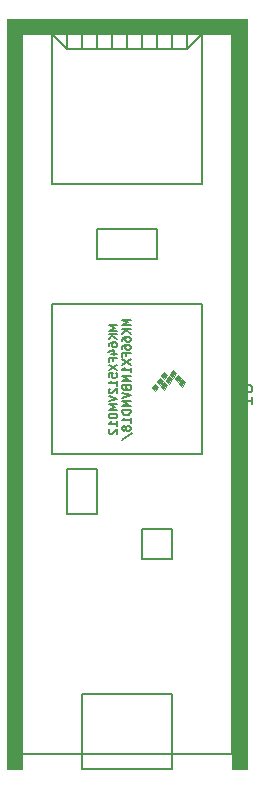
<source format=gbr>
%TF.GenerationSoftware,KiCad,Pcbnew,(5.1.4-0-10_14)*%
%TF.CreationDate,2020-08-04T22:12:35+02:00*%
%TF.ProjectId,usb-teensy3.6_kicad,7573622d-7465-4656-9e73-79332e365f6b,rev?*%
%TF.SameCoordinates,Original*%
%TF.FileFunction,Legend,Bot*%
%TF.FilePolarity,Positive*%
%FSLAX46Y46*%
G04 Gerber Fmt 4.6, Leading zero omitted, Abs format (unit mm)*
G04 Created by KiCad (PCBNEW (5.1.4-0-10_14)) date 2020-08-04 22:12:35*
%MOMM*%
%LPD*%
G04 APERTURE LIST*
%ADD10C,0.100000*%
%ADD11C,0.150000*%
G04 APERTURE END LIST*
D10*
G36*
X139065000Y-149860000D02*
G01*
X137795000Y-149860000D01*
X137795000Y-87630000D01*
X120015000Y-87630000D01*
X120015000Y-149860000D01*
X118745000Y-149860000D01*
X118745000Y-86360000D01*
X139065000Y-86360000D01*
X139065000Y-149860000D01*
G37*
X139065000Y-149860000D02*
X137795000Y-149860000D01*
X137795000Y-87630000D01*
X120015000Y-87630000D01*
X120015000Y-149860000D01*
X118745000Y-149860000D01*
X118745000Y-86360000D01*
X139065000Y-86360000D01*
X139065000Y-149860000D01*
D11*
X132715000Y-132080000D02*
X130175000Y-132080000D01*
X130175000Y-132080000D02*
X130175000Y-129540000D01*
X130175000Y-129540000D02*
X132715000Y-129540000D01*
X132715000Y-129540000D02*
X132715000Y-132080000D01*
X123825000Y-124460000D02*
X123825000Y-128270000D01*
X123825000Y-128270000D02*
X126365000Y-128270000D01*
X126365000Y-128270000D02*
X126365000Y-124460000D01*
X126365000Y-124460000D02*
X123825000Y-124460000D01*
X122555000Y-110490000D02*
X135255000Y-110490000D01*
X135255000Y-123190000D02*
X122555000Y-123190000D01*
X122555000Y-123190000D02*
X122555000Y-110490000D01*
X135255000Y-123190000D02*
X135255000Y-110490000D01*
X123825000Y-88900000D02*
X123825000Y-87630000D01*
X125095000Y-88900000D02*
X125095000Y-87630000D01*
X126365000Y-88900000D02*
X126365000Y-87630000D01*
X127635000Y-88900000D02*
X127635000Y-87630000D01*
X128905000Y-88900000D02*
X128905000Y-87630000D01*
X130175000Y-88900000D02*
X130175000Y-87630000D01*
X131445000Y-88900000D02*
X131445000Y-87630000D01*
X132715000Y-88900000D02*
X132715000Y-87630000D01*
X133985000Y-88900000D02*
X133985000Y-87630000D01*
X122555000Y-87630000D02*
X123825000Y-88900000D01*
X123825000Y-88900000D02*
X133985000Y-88900000D01*
X133985000Y-88900000D02*
X135255000Y-87630000D01*
X135255000Y-87630000D02*
X135255000Y-100330000D01*
X135255000Y-100330000D02*
X122555000Y-100330000D01*
X122555000Y-100330000D02*
X122555000Y-87630000D01*
X137795000Y-87630000D02*
X137795000Y-148590000D01*
X120015000Y-148590000D02*
X120015000Y-87630000D01*
X125095000Y-148590000D02*
X125095000Y-149860000D01*
X125095000Y-149860000D02*
X132715000Y-149860000D01*
X132715000Y-149860000D02*
X132715000Y-148590000D01*
X125095000Y-143510000D02*
X132715000Y-143510000D01*
X132715000Y-143510000D02*
X132715000Y-148590000D01*
X125095000Y-143510000D02*
X125095000Y-148590000D01*
X131445000Y-104140000D02*
X126365000Y-104140000D01*
X126365000Y-104140000D02*
X126365000Y-106680000D01*
X126365000Y-106680000D02*
X131445000Y-106680000D01*
X131445000Y-106680000D02*
X131445000Y-104140000D01*
X137795000Y-87630000D02*
X120015000Y-87630000D01*
X120015000Y-148590000D02*
X137795000Y-148590000D01*
D10*
G36*
X133858000Y-117094000D02*
G01*
X133604000Y-116840000D01*
X133350000Y-117221000D01*
X133604000Y-117475000D01*
X133858000Y-117094000D01*
G37*
X133858000Y-117094000D02*
X133604000Y-116840000D01*
X133350000Y-117221000D01*
X133604000Y-117475000D01*
X133858000Y-117094000D01*
G36*
X132334000Y-117348000D02*
G01*
X132080000Y-117094000D01*
X131826000Y-117475000D01*
X132080000Y-117729000D01*
X132334000Y-117348000D01*
G37*
X132334000Y-117348000D02*
X132080000Y-117094000D01*
X131826000Y-117475000D01*
X132080000Y-117729000D01*
X132334000Y-117348000D01*
G36*
X131572000Y-117475000D02*
G01*
X131318000Y-117221000D01*
X131064000Y-117602000D01*
X131318000Y-117856000D01*
X131572000Y-117475000D01*
G37*
X131572000Y-117475000D02*
X131318000Y-117221000D01*
X131064000Y-117602000D01*
X131318000Y-117856000D01*
X131572000Y-117475000D01*
G36*
X133096000Y-116332000D02*
G01*
X132842000Y-116078000D01*
X132588000Y-116459000D01*
X132842000Y-116713000D01*
X133096000Y-116332000D01*
G37*
X133096000Y-116332000D02*
X132842000Y-116078000D01*
X132588000Y-116459000D01*
X132842000Y-116713000D01*
X133096000Y-116332000D01*
G36*
X131953000Y-116967000D02*
G01*
X131699000Y-116713000D01*
X131445000Y-117094000D01*
X131699000Y-117348000D01*
X131953000Y-116967000D01*
G37*
X131953000Y-116967000D02*
X131699000Y-116713000D01*
X131445000Y-117094000D01*
X131699000Y-117348000D01*
X131953000Y-116967000D01*
G36*
X132334000Y-116459000D02*
G01*
X132080000Y-116205000D01*
X131826000Y-116586000D01*
X132080000Y-116840000D01*
X132334000Y-116459000D01*
G37*
X132334000Y-116459000D02*
X132080000Y-116205000D01*
X131826000Y-116586000D01*
X132080000Y-116840000D01*
X132334000Y-116459000D01*
G36*
X133477000Y-116713000D02*
G01*
X133223000Y-116459000D01*
X132969000Y-116840000D01*
X133223000Y-117094000D01*
X133477000Y-116713000D01*
G37*
X133477000Y-116713000D02*
X133223000Y-116459000D01*
X132969000Y-116840000D01*
X133223000Y-117094000D01*
X133477000Y-116713000D01*
G36*
X132715000Y-116840000D02*
G01*
X132461000Y-116586000D01*
X132207000Y-116967000D01*
X132461000Y-117221000D01*
X132715000Y-116840000D01*
G37*
X132715000Y-116840000D02*
X132461000Y-116586000D01*
X132207000Y-116967000D01*
X132461000Y-117221000D01*
X132715000Y-116840000D01*
D11*
X138517380Y-117348095D02*
X139326904Y-117348095D01*
X139422142Y-117395714D01*
X139469761Y-117443333D01*
X139517380Y-117538571D01*
X139517380Y-117729047D01*
X139469761Y-117824285D01*
X139422142Y-117871904D01*
X139326904Y-117919523D01*
X138517380Y-117919523D01*
X139517380Y-118919523D02*
X139517380Y-118348095D01*
X139517380Y-118633809D02*
X138517380Y-118633809D01*
X138660238Y-118538571D01*
X138755476Y-118443333D01*
X138803095Y-118348095D01*
X128078666Y-112240000D02*
X127378666Y-112240000D01*
X127878666Y-112473333D01*
X127378666Y-112706666D01*
X128078666Y-112706666D01*
X128078666Y-113040000D02*
X127378666Y-113040000D01*
X128078666Y-113440000D02*
X127678666Y-113140000D01*
X127378666Y-113440000D02*
X127778666Y-113040000D01*
X127378666Y-114040000D02*
X127378666Y-113906666D01*
X127412000Y-113840000D01*
X127445333Y-113806666D01*
X127545333Y-113740000D01*
X127678666Y-113706666D01*
X127945333Y-113706666D01*
X128012000Y-113740000D01*
X128045333Y-113773333D01*
X128078666Y-113840000D01*
X128078666Y-113973333D01*
X128045333Y-114040000D01*
X128012000Y-114073333D01*
X127945333Y-114106666D01*
X127778666Y-114106666D01*
X127712000Y-114073333D01*
X127678666Y-114040000D01*
X127645333Y-113973333D01*
X127645333Y-113840000D01*
X127678666Y-113773333D01*
X127712000Y-113740000D01*
X127778666Y-113706666D01*
X127612000Y-114706666D02*
X128078666Y-114706666D01*
X127345333Y-114540000D02*
X127845333Y-114373333D01*
X127845333Y-114806666D01*
X127712000Y-115306666D02*
X127712000Y-115073333D01*
X128078666Y-115073333D02*
X127378666Y-115073333D01*
X127378666Y-115406666D01*
X127378666Y-115606666D02*
X128078666Y-116073333D01*
X127378666Y-116073333D02*
X128078666Y-115606666D01*
X127378666Y-116673333D02*
X127378666Y-116340000D01*
X127712000Y-116306666D01*
X127678666Y-116340000D01*
X127645333Y-116406666D01*
X127645333Y-116573333D01*
X127678666Y-116640000D01*
X127712000Y-116673333D01*
X127778666Y-116706666D01*
X127945333Y-116706666D01*
X128012000Y-116673333D01*
X128045333Y-116640000D01*
X128078666Y-116573333D01*
X128078666Y-116406666D01*
X128045333Y-116340000D01*
X128012000Y-116306666D01*
X128078666Y-117373333D02*
X128078666Y-116973333D01*
X128078666Y-117173333D02*
X127378666Y-117173333D01*
X127478666Y-117106666D01*
X127545333Y-117040000D01*
X127578666Y-116973333D01*
X127445333Y-117640000D02*
X127412000Y-117673333D01*
X127378666Y-117740000D01*
X127378666Y-117906666D01*
X127412000Y-117973333D01*
X127445333Y-118006666D01*
X127512000Y-118040000D01*
X127578666Y-118040000D01*
X127678666Y-118006666D01*
X128078666Y-117606666D01*
X128078666Y-118040000D01*
X127378666Y-118240000D02*
X128078666Y-118473333D01*
X127378666Y-118706666D01*
X128078666Y-118940000D02*
X127378666Y-118940000D01*
X127878666Y-119173333D01*
X127378666Y-119406666D01*
X128078666Y-119406666D01*
X128078666Y-119740000D02*
X127378666Y-119740000D01*
X127378666Y-119906666D01*
X127412000Y-120006666D01*
X127478666Y-120073333D01*
X127545333Y-120106666D01*
X127678666Y-120140000D01*
X127778666Y-120140000D01*
X127912000Y-120106666D01*
X127978666Y-120073333D01*
X128045333Y-120006666D01*
X128078666Y-119906666D01*
X128078666Y-119740000D01*
X128078666Y-120806666D02*
X128078666Y-120406666D01*
X128078666Y-120606666D02*
X127378666Y-120606666D01*
X127478666Y-120540000D01*
X127545333Y-120473333D01*
X127578666Y-120406666D01*
X127445333Y-121073333D02*
X127412000Y-121106666D01*
X127378666Y-121173333D01*
X127378666Y-121340000D01*
X127412000Y-121406666D01*
X127445333Y-121440000D01*
X127512000Y-121473333D01*
X127578666Y-121473333D01*
X127678666Y-121440000D01*
X128078666Y-121040000D01*
X128078666Y-121473333D01*
X129221666Y-111790000D02*
X128521666Y-111790000D01*
X129021666Y-112023333D01*
X128521666Y-112256666D01*
X129221666Y-112256666D01*
X129221666Y-112590000D02*
X128521666Y-112590000D01*
X129221666Y-112990000D02*
X128821666Y-112690000D01*
X128521666Y-112990000D02*
X128921666Y-112590000D01*
X128521666Y-113590000D02*
X128521666Y-113456666D01*
X128555000Y-113390000D01*
X128588333Y-113356666D01*
X128688333Y-113290000D01*
X128821666Y-113256666D01*
X129088333Y-113256666D01*
X129155000Y-113290000D01*
X129188333Y-113323333D01*
X129221666Y-113390000D01*
X129221666Y-113523333D01*
X129188333Y-113590000D01*
X129155000Y-113623333D01*
X129088333Y-113656666D01*
X128921666Y-113656666D01*
X128855000Y-113623333D01*
X128821666Y-113590000D01*
X128788333Y-113523333D01*
X128788333Y-113390000D01*
X128821666Y-113323333D01*
X128855000Y-113290000D01*
X128921666Y-113256666D01*
X128521666Y-114256666D02*
X128521666Y-114123333D01*
X128555000Y-114056666D01*
X128588333Y-114023333D01*
X128688333Y-113956666D01*
X128821666Y-113923333D01*
X129088333Y-113923333D01*
X129155000Y-113956666D01*
X129188333Y-113990000D01*
X129221666Y-114056666D01*
X129221666Y-114190000D01*
X129188333Y-114256666D01*
X129155000Y-114290000D01*
X129088333Y-114323333D01*
X128921666Y-114323333D01*
X128855000Y-114290000D01*
X128821666Y-114256666D01*
X128788333Y-114190000D01*
X128788333Y-114056666D01*
X128821666Y-113990000D01*
X128855000Y-113956666D01*
X128921666Y-113923333D01*
X128855000Y-114856666D02*
X128855000Y-114623333D01*
X129221666Y-114623333D02*
X128521666Y-114623333D01*
X128521666Y-114956666D01*
X128521666Y-115156666D02*
X129221666Y-115623333D01*
X128521666Y-115623333D02*
X129221666Y-115156666D01*
X129221666Y-116256666D02*
X129221666Y-115856666D01*
X129221666Y-116056666D02*
X128521666Y-116056666D01*
X128621666Y-115990000D01*
X128688333Y-115923333D01*
X128721666Y-115856666D01*
X129221666Y-116556666D02*
X128521666Y-116556666D01*
X129021666Y-116790000D01*
X128521666Y-117023333D01*
X129221666Y-117023333D01*
X128855000Y-117590000D02*
X128888333Y-117690000D01*
X128921666Y-117723333D01*
X128988333Y-117756666D01*
X129088333Y-117756666D01*
X129155000Y-117723333D01*
X129188333Y-117690000D01*
X129221666Y-117623333D01*
X129221666Y-117356666D01*
X128521666Y-117356666D01*
X128521666Y-117590000D01*
X128555000Y-117656666D01*
X128588333Y-117690000D01*
X128655000Y-117723333D01*
X128721666Y-117723333D01*
X128788333Y-117690000D01*
X128821666Y-117656666D01*
X128855000Y-117590000D01*
X128855000Y-117356666D01*
X128521666Y-117956666D02*
X129221666Y-118190000D01*
X128521666Y-118423333D01*
X129221666Y-118656666D02*
X128521666Y-118656666D01*
X129021666Y-118890000D01*
X128521666Y-119123333D01*
X129221666Y-119123333D01*
X129221666Y-119456666D02*
X128521666Y-119456666D01*
X128521666Y-119623333D01*
X128555000Y-119723333D01*
X128621666Y-119790000D01*
X128688333Y-119823333D01*
X128821666Y-119856666D01*
X128921666Y-119856666D01*
X129055000Y-119823333D01*
X129121666Y-119790000D01*
X129188333Y-119723333D01*
X129221666Y-119623333D01*
X129221666Y-119456666D01*
X129221666Y-120523333D02*
X129221666Y-120123333D01*
X129221666Y-120323333D02*
X128521666Y-120323333D01*
X128621666Y-120256666D01*
X128688333Y-120190000D01*
X128721666Y-120123333D01*
X128821666Y-120923333D02*
X128788333Y-120856666D01*
X128755000Y-120823333D01*
X128688333Y-120790000D01*
X128655000Y-120790000D01*
X128588333Y-120823333D01*
X128555000Y-120856666D01*
X128521666Y-120923333D01*
X128521666Y-121056666D01*
X128555000Y-121123333D01*
X128588333Y-121156666D01*
X128655000Y-121190000D01*
X128688333Y-121190000D01*
X128755000Y-121156666D01*
X128788333Y-121123333D01*
X128821666Y-121056666D01*
X128821666Y-120923333D01*
X128855000Y-120856666D01*
X128888333Y-120823333D01*
X128955000Y-120790000D01*
X129088333Y-120790000D01*
X129155000Y-120823333D01*
X129188333Y-120856666D01*
X129221666Y-120923333D01*
X129221666Y-121056666D01*
X129188333Y-121123333D01*
X129155000Y-121156666D01*
X129088333Y-121190000D01*
X128955000Y-121190000D01*
X128888333Y-121156666D01*
X128855000Y-121123333D01*
X128821666Y-121056666D01*
X128488333Y-121990000D02*
X129388333Y-121390000D01*
M02*

</source>
